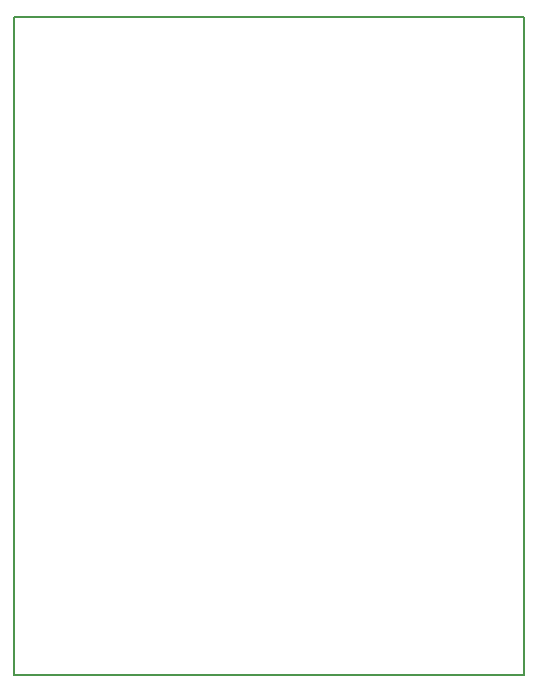
<source format=gbr>
G04 #@! TF.FileFunction,Other,User*
%FSLAX46Y46*%
G04 Gerber Fmt 4.6, Leading zero omitted, Abs format (unit mm)*
G04 Created by KiCad (PCBNEW 4.0.5) date 03/16/17 21:07:46*
%MOMM*%
%LPD*%
G01*
G04 APERTURE LIST*
%ADD10C,0.025400*%
%ADD11C,0.200000*%
G04 APERTURE END LIST*
D10*
D11*
X43180000Y55702200D02*
X0Y55702200D01*
X43180000Y0D02*
X43180000Y55702200D01*
X0Y0D02*
X43180000Y0D01*
X0Y55702200D02*
X0Y0D01*
M02*

</source>
